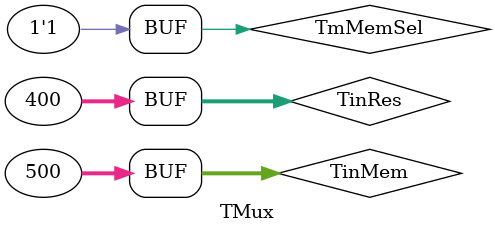
<source format=v>
`timescale 1ns/1ns

module TMux();

//2 - Declaracion de cablesy registros
reg [31:0]TinMem, TinRes;
reg TmMemSel;
wire [31:0]TmWrite;

//3 - Cuerpo del modulo

//Instancias
Mux2_1_32 test(
	.inMem(TinMem),
	.inRes(TinRes),
	.mMemSel(TmMemSel),
	.mWrite(TmWrite)
);

initial
begin
	TinMem = 32'd500;
	TinRes = 32'd400;
	TmMemSel = 1'b0;
	#100;
	TinMem = 32'd500;
	TinRes = 32'd400;
	TmMemSel = 1'b1;
	#100;
end

endmodule

</source>
